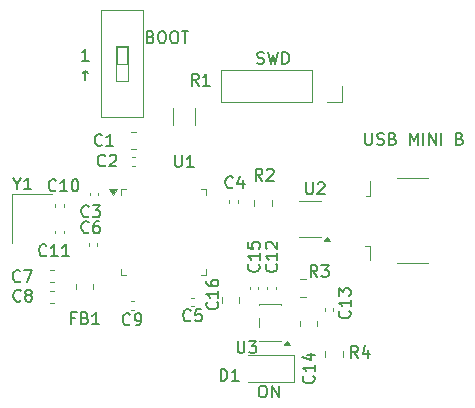
<source format=gto>
%TF.GenerationSoftware,KiCad,Pcbnew,9.0.5*%
%TF.CreationDate,2025-11-09T16:32:06+01:00*%
%TF.ProjectId,PTP,5054502e-6b69-4636-9164-5f7063625858,rev?*%
%TF.SameCoordinates,Original*%
%TF.FileFunction,Legend,Top*%
%TF.FilePolarity,Positive*%
%FSLAX46Y46*%
G04 Gerber Fmt 4.6, Leading zero omitted, Abs format (unit mm)*
G04 Created by KiCad (PCBNEW 9.0.5) date 2025-11-09 16:32:06*
%MOMM*%
%LPD*%
G01*
G04 APERTURE LIST*
%ADD10C,0.160000*%
%ADD11C,0.120000*%
%ADD12C,0.100000*%
G04 APERTURE END LIST*
D10*
X210580952Y-130254299D02*
X210771428Y-130254299D01*
X210771428Y-130254299D02*
X210866666Y-130301918D01*
X210866666Y-130301918D02*
X210961904Y-130397156D01*
X210961904Y-130397156D02*
X211009523Y-130587632D01*
X211009523Y-130587632D02*
X211009523Y-130920965D01*
X211009523Y-130920965D02*
X210961904Y-131111441D01*
X210961904Y-131111441D02*
X210866666Y-131206680D01*
X210866666Y-131206680D02*
X210771428Y-131254299D01*
X210771428Y-131254299D02*
X210580952Y-131254299D01*
X210580952Y-131254299D02*
X210485714Y-131206680D01*
X210485714Y-131206680D02*
X210390476Y-131111441D01*
X210390476Y-131111441D02*
X210342857Y-130920965D01*
X210342857Y-130920965D02*
X210342857Y-130587632D01*
X210342857Y-130587632D02*
X210390476Y-130397156D01*
X210390476Y-130397156D02*
X210485714Y-130301918D01*
X210485714Y-130301918D02*
X210580952Y-130254299D01*
X211438095Y-131254299D02*
X211438095Y-130254299D01*
X211438095Y-130254299D02*
X212009523Y-131254299D01*
X212009523Y-131254299D02*
X212009523Y-130254299D01*
X210195739Y-102971680D02*
X210338596Y-103019299D01*
X210338596Y-103019299D02*
X210576691Y-103019299D01*
X210576691Y-103019299D02*
X210671929Y-102971680D01*
X210671929Y-102971680D02*
X210719548Y-102924060D01*
X210719548Y-102924060D02*
X210767167Y-102828822D01*
X210767167Y-102828822D02*
X210767167Y-102733584D01*
X210767167Y-102733584D02*
X210719548Y-102638346D01*
X210719548Y-102638346D02*
X210671929Y-102590727D01*
X210671929Y-102590727D02*
X210576691Y-102543108D01*
X210576691Y-102543108D02*
X210386215Y-102495489D01*
X210386215Y-102495489D02*
X210290977Y-102447870D01*
X210290977Y-102447870D02*
X210243358Y-102400251D01*
X210243358Y-102400251D02*
X210195739Y-102305013D01*
X210195739Y-102305013D02*
X210195739Y-102209775D01*
X210195739Y-102209775D02*
X210243358Y-102114537D01*
X210243358Y-102114537D02*
X210290977Y-102066918D01*
X210290977Y-102066918D02*
X210386215Y-102019299D01*
X210386215Y-102019299D02*
X210624310Y-102019299D01*
X210624310Y-102019299D02*
X210767167Y-102066918D01*
X211100501Y-102019299D02*
X211338596Y-103019299D01*
X211338596Y-103019299D02*
X211529072Y-102305013D01*
X211529072Y-102305013D02*
X211719548Y-103019299D01*
X211719548Y-103019299D02*
X211957644Y-102019299D01*
X212338596Y-103019299D02*
X212338596Y-102019299D01*
X212338596Y-102019299D02*
X212576691Y-102019299D01*
X212576691Y-102019299D02*
X212719548Y-102066918D01*
X212719548Y-102066918D02*
X212814786Y-102162156D01*
X212814786Y-102162156D02*
X212862405Y-102257394D01*
X212862405Y-102257394D02*
X212910024Y-102447870D01*
X212910024Y-102447870D02*
X212910024Y-102590727D01*
X212910024Y-102590727D02*
X212862405Y-102781203D01*
X212862405Y-102781203D02*
X212814786Y-102876441D01*
X212814786Y-102876441D02*
X212719548Y-102971680D01*
X212719548Y-102971680D02*
X212576691Y-103019299D01*
X212576691Y-103019299D02*
X212338596Y-103019299D01*
X219343358Y-108869299D02*
X219343358Y-109678822D01*
X219343358Y-109678822D02*
X219390977Y-109774060D01*
X219390977Y-109774060D02*
X219438596Y-109821680D01*
X219438596Y-109821680D02*
X219533834Y-109869299D01*
X219533834Y-109869299D02*
X219724310Y-109869299D01*
X219724310Y-109869299D02*
X219819548Y-109821680D01*
X219819548Y-109821680D02*
X219867167Y-109774060D01*
X219867167Y-109774060D02*
X219914786Y-109678822D01*
X219914786Y-109678822D02*
X219914786Y-108869299D01*
X220343358Y-109821680D02*
X220486215Y-109869299D01*
X220486215Y-109869299D02*
X220724310Y-109869299D01*
X220724310Y-109869299D02*
X220819548Y-109821680D01*
X220819548Y-109821680D02*
X220867167Y-109774060D01*
X220867167Y-109774060D02*
X220914786Y-109678822D01*
X220914786Y-109678822D02*
X220914786Y-109583584D01*
X220914786Y-109583584D02*
X220867167Y-109488346D01*
X220867167Y-109488346D02*
X220819548Y-109440727D01*
X220819548Y-109440727D02*
X220724310Y-109393108D01*
X220724310Y-109393108D02*
X220533834Y-109345489D01*
X220533834Y-109345489D02*
X220438596Y-109297870D01*
X220438596Y-109297870D02*
X220390977Y-109250251D01*
X220390977Y-109250251D02*
X220343358Y-109155013D01*
X220343358Y-109155013D02*
X220343358Y-109059775D01*
X220343358Y-109059775D02*
X220390977Y-108964537D01*
X220390977Y-108964537D02*
X220438596Y-108916918D01*
X220438596Y-108916918D02*
X220533834Y-108869299D01*
X220533834Y-108869299D02*
X220771929Y-108869299D01*
X220771929Y-108869299D02*
X220914786Y-108916918D01*
X221676691Y-109345489D02*
X221819548Y-109393108D01*
X221819548Y-109393108D02*
X221867167Y-109440727D01*
X221867167Y-109440727D02*
X221914786Y-109535965D01*
X221914786Y-109535965D02*
X221914786Y-109678822D01*
X221914786Y-109678822D02*
X221867167Y-109774060D01*
X221867167Y-109774060D02*
X221819548Y-109821680D01*
X221819548Y-109821680D02*
X221724310Y-109869299D01*
X221724310Y-109869299D02*
X221343358Y-109869299D01*
X221343358Y-109869299D02*
X221343358Y-108869299D01*
X221343358Y-108869299D02*
X221676691Y-108869299D01*
X221676691Y-108869299D02*
X221771929Y-108916918D01*
X221771929Y-108916918D02*
X221819548Y-108964537D01*
X221819548Y-108964537D02*
X221867167Y-109059775D01*
X221867167Y-109059775D02*
X221867167Y-109155013D01*
X221867167Y-109155013D02*
X221819548Y-109250251D01*
X221819548Y-109250251D02*
X221771929Y-109297870D01*
X221771929Y-109297870D02*
X221676691Y-109345489D01*
X221676691Y-109345489D02*
X221343358Y-109345489D01*
X223105263Y-109869299D02*
X223105263Y-108869299D01*
X223105263Y-108869299D02*
X223438596Y-109583584D01*
X223438596Y-109583584D02*
X223771929Y-108869299D01*
X223771929Y-108869299D02*
X223771929Y-109869299D01*
X224248120Y-109869299D02*
X224248120Y-108869299D01*
X224724310Y-109869299D02*
X224724310Y-108869299D01*
X224724310Y-108869299D02*
X225295738Y-109869299D01*
X225295738Y-109869299D02*
X225295738Y-108869299D01*
X225771929Y-109869299D02*
X225771929Y-108869299D01*
X227343357Y-109345489D02*
X227486214Y-109393108D01*
X227486214Y-109393108D02*
X227533833Y-109440727D01*
X227533833Y-109440727D02*
X227581452Y-109535965D01*
X227581452Y-109535965D02*
X227581452Y-109678822D01*
X227581452Y-109678822D02*
X227533833Y-109774060D01*
X227533833Y-109774060D02*
X227486214Y-109821680D01*
X227486214Y-109821680D02*
X227390976Y-109869299D01*
X227390976Y-109869299D02*
X227010024Y-109869299D01*
X227010024Y-109869299D02*
X227010024Y-108869299D01*
X227010024Y-108869299D02*
X227343357Y-108869299D01*
X227343357Y-108869299D02*
X227438595Y-108916918D01*
X227438595Y-108916918D02*
X227486214Y-108964537D01*
X227486214Y-108964537D02*
X227533833Y-109059775D01*
X227533833Y-109059775D02*
X227533833Y-109155013D01*
X227533833Y-109155013D02*
X227486214Y-109250251D01*
X227486214Y-109250251D02*
X227438595Y-109297870D01*
X227438595Y-109297870D02*
X227343357Y-109345489D01*
X227343357Y-109345489D02*
X227010024Y-109345489D01*
X201176691Y-100735545D02*
X201319548Y-100783164D01*
X201319548Y-100783164D02*
X201367167Y-100830783D01*
X201367167Y-100830783D02*
X201414786Y-100926021D01*
X201414786Y-100926021D02*
X201414786Y-101068878D01*
X201414786Y-101068878D02*
X201367167Y-101164116D01*
X201367167Y-101164116D02*
X201319548Y-101211736D01*
X201319548Y-101211736D02*
X201224310Y-101259355D01*
X201224310Y-101259355D02*
X200843358Y-101259355D01*
X200843358Y-101259355D02*
X200843358Y-100259355D01*
X200843358Y-100259355D02*
X201176691Y-100259355D01*
X201176691Y-100259355D02*
X201271929Y-100306974D01*
X201271929Y-100306974D02*
X201319548Y-100354593D01*
X201319548Y-100354593D02*
X201367167Y-100449831D01*
X201367167Y-100449831D02*
X201367167Y-100545069D01*
X201367167Y-100545069D02*
X201319548Y-100640307D01*
X201319548Y-100640307D02*
X201271929Y-100687926D01*
X201271929Y-100687926D02*
X201176691Y-100735545D01*
X201176691Y-100735545D02*
X200843358Y-100735545D01*
X202033834Y-100259355D02*
X202224310Y-100259355D01*
X202224310Y-100259355D02*
X202319548Y-100306974D01*
X202319548Y-100306974D02*
X202414786Y-100402212D01*
X202414786Y-100402212D02*
X202462405Y-100592688D01*
X202462405Y-100592688D02*
X202462405Y-100926021D01*
X202462405Y-100926021D02*
X202414786Y-101116497D01*
X202414786Y-101116497D02*
X202319548Y-101211736D01*
X202319548Y-101211736D02*
X202224310Y-101259355D01*
X202224310Y-101259355D02*
X202033834Y-101259355D01*
X202033834Y-101259355D02*
X201938596Y-101211736D01*
X201938596Y-101211736D02*
X201843358Y-101116497D01*
X201843358Y-101116497D02*
X201795739Y-100926021D01*
X201795739Y-100926021D02*
X201795739Y-100592688D01*
X201795739Y-100592688D02*
X201843358Y-100402212D01*
X201843358Y-100402212D02*
X201938596Y-100306974D01*
X201938596Y-100306974D02*
X202033834Y-100259355D01*
X203081453Y-100259355D02*
X203271929Y-100259355D01*
X203271929Y-100259355D02*
X203367167Y-100306974D01*
X203367167Y-100306974D02*
X203462405Y-100402212D01*
X203462405Y-100402212D02*
X203510024Y-100592688D01*
X203510024Y-100592688D02*
X203510024Y-100926021D01*
X203510024Y-100926021D02*
X203462405Y-101116497D01*
X203462405Y-101116497D02*
X203367167Y-101211736D01*
X203367167Y-101211736D02*
X203271929Y-101259355D01*
X203271929Y-101259355D02*
X203081453Y-101259355D01*
X203081453Y-101259355D02*
X202986215Y-101211736D01*
X202986215Y-101211736D02*
X202890977Y-101116497D01*
X202890977Y-101116497D02*
X202843358Y-100926021D01*
X202843358Y-100926021D02*
X202843358Y-100592688D01*
X202843358Y-100592688D02*
X202890977Y-100402212D01*
X202890977Y-100402212D02*
X202986215Y-100306974D01*
X202986215Y-100306974D02*
X203081453Y-100259355D01*
X203795739Y-100259355D02*
X204367167Y-100259355D01*
X204081453Y-101259355D02*
X204081453Y-100259355D01*
X195935714Y-102749327D02*
X195364286Y-102749327D01*
X195650000Y-102749327D02*
X195650000Y-101749327D01*
X195650000Y-101749327D02*
X195554762Y-101892184D01*
X195554762Y-101892184D02*
X195459524Y-101987422D01*
X195459524Y-101987422D02*
X195364286Y-102035041D01*
X195650000Y-104359271D02*
X195650000Y-103597366D01*
X195459524Y-103787842D02*
X195650000Y-103597366D01*
X195650000Y-103597366D02*
X195840476Y-103787842D01*
X192357142Y-119209060D02*
X192309523Y-119256680D01*
X192309523Y-119256680D02*
X192166666Y-119304299D01*
X192166666Y-119304299D02*
X192071428Y-119304299D01*
X192071428Y-119304299D02*
X191928571Y-119256680D01*
X191928571Y-119256680D02*
X191833333Y-119161441D01*
X191833333Y-119161441D02*
X191785714Y-119066203D01*
X191785714Y-119066203D02*
X191738095Y-118875727D01*
X191738095Y-118875727D02*
X191738095Y-118732870D01*
X191738095Y-118732870D02*
X191785714Y-118542394D01*
X191785714Y-118542394D02*
X191833333Y-118447156D01*
X191833333Y-118447156D02*
X191928571Y-118351918D01*
X191928571Y-118351918D02*
X192071428Y-118304299D01*
X192071428Y-118304299D02*
X192166666Y-118304299D01*
X192166666Y-118304299D02*
X192309523Y-118351918D01*
X192309523Y-118351918D02*
X192357142Y-118399537D01*
X193309523Y-119304299D02*
X192738095Y-119304299D01*
X193023809Y-119304299D02*
X193023809Y-118304299D01*
X193023809Y-118304299D02*
X192928571Y-118447156D01*
X192928571Y-118447156D02*
X192833333Y-118542394D01*
X192833333Y-118542394D02*
X192738095Y-118590013D01*
X194261904Y-119304299D02*
X193690476Y-119304299D01*
X193976190Y-119304299D02*
X193976190Y-118304299D01*
X193976190Y-118304299D02*
X193880952Y-118447156D01*
X193880952Y-118447156D02*
X193785714Y-118542394D01*
X193785714Y-118542394D02*
X193690476Y-118590013D01*
X208133333Y-113459060D02*
X208085714Y-113506680D01*
X208085714Y-113506680D02*
X207942857Y-113554299D01*
X207942857Y-113554299D02*
X207847619Y-113554299D01*
X207847619Y-113554299D02*
X207704762Y-113506680D01*
X207704762Y-113506680D02*
X207609524Y-113411441D01*
X207609524Y-113411441D02*
X207561905Y-113316203D01*
X207561905Y-113316203D02*
X207514286Y-113125727D01*
X207514286Y-113125727D02*
X207514286Y-112982870D01*
X207514286Y-112982870D02*
X207561905Y-112792394D01*
X207561905Y-112792394D02*
X207609524Y-112697156D01*
X207609524Y-112697156D02*
X207704762Y-112601918D01*
X207704762Y-112601918D02*
X207847619Y-112554299D01*
X207847619Y-112554299D02*
X207942857Y-112554299D01*
X207942857Y-112554299D02*
X208085714Y-112601918D01*
X208085714Y-112601918D02*
X208133333Y-112649537D01*
X208990476Y-112887632D02*
X208990476Y-113554299D01*
X208752381Y-112506680D02*
X208514286Y-113220965D01*
X208514286Y-113220965D02*
X209133333Y-113220965D01*
X210309060Y-119992857D02*
X210356680Y-120040476D01*
X210356680Y-120040476D02*
X210404299Y-120183333D01*
X210404299Y-120183333D02*
X210404299Y-120278571D01*
X210404299Y-120278571D02*
X210356680Y-120421428D01*
X210356680Y-120421428D02*
X210261441Y-120516666D01*
X210261441Y-120516666D02*
X210166203Y-120564285D01*
X210166203Y-120564285D02*
X209975727Y-120611904D01*
X209975727Y-120611904D02*
X209832870Y-120611904D01*
X209832870Y-120611904D02*
X209642394Y-120564285D01*
X209642394Y-120564285D02*
X209547156Y-120516666D01*
X209547156Y-120516666D02*
X209451918Y-120421428D01*
X209451918Y-120421428D02*
X209404299Y-120278571D01*
X209404299Y-120278571D02*
X209404299Y-120183333D01*
X209404299Y-120183333D02*
X209451918Y-120040476D01*
X209451918Y-120040476D02*
X209499537Y-119992857D01*
X210404299Y-119040476D02*
X210404299Y-119611904D01*
X210404299Y-119326190D02*
X209404299Y-119326190D01*
X209404299Y-119326190D02*
X209547156Y-119421428D01*
X209547156Y-119421428D02*
X209642394Y-119516666D01*
X209642394Y-119516666D02*
X209690013Y-119611904D01*
X209404299Y-118135714D02*
X209404299Y-118611904D01*
X209404299Y-118611904D02*
X209880489Y-118659523D01*
X209880489Y-118659523D02*
X209832870Y-118611904D01*
X209832870Y-118611904D02*
X209785251Y-118516666D01*
X209785251Y-118516666D02*
X209785251Y-118278571D01*
X209785251Y-118278571D02*
X209832870Y-118183333D01*
X209832870Y-118183333D02*
X209880489Y-118135714D01*
X209880489Y-118135714D02*
X209975727Y-118088095D01*
X209975727Y-118088095D02*
X210213822Y-118088095D01*
X210213822Y-118088095D02*
X210309060Y-118135714D01*
X210309060Y-118135714D02*
X210356680Y-118183333D01*
X210356680Y-118183333D02*
X210404299Y-118278571D01*
X210404299Y-118278571D02*
X210404299Y-118516666D01*
X210404299Y-118516666D02*
X210356680Y-118611904D01*
X210356680Y-118611904D02*
X210309060Y-118659523D01*
X199433333Y-125059060D02*
X199385714Y-125106680D01*
X199385714Y-125106680D02*
X199242857Y-125154299D01*
X199242857Y-125154299D02*
X199147619Y-125154299D01*
X199147619Y-125154299D02*
X199004762Y-125106680D01*
X199004762Y-125106680D02*
X198909524Y-125011441D01*
X198909524Y-125011441D02*
X198861905Y-124916203D01*
X198861905Y-124916203D02*
X198814286Y-124725727D01*
X198814286Y-124725727D02*
X198814286Y-124582870D01*
X198814286Y-124582870D02*
X198861905Y-124392394D01*
X198861905Y-124392394D02*
X198909524Y-124297156D01*
X198909524Y-124297156D02*
X199004762Y-124201918D01*
X199004762Y-124201918D02*
X199147619Y-124154299D01*
X199147619Y-124154299D02*
X199242857Y-124154299D01*
X199242857Y-124154299D02*
X199385714Y-124201918D01*
X199385714Y-124201918D02*
X199433333Y-124249537D01*
X199909524Y-125154299D02*
X200100000Y-125154299D01*
X200100000Y-125154299D02*
X200195238Y-125106680D01*
X200195238Y-125106680D02*
X200242857Y-125059060D01*
X200242857Y-125059060D02*
X200338095Y-124916203D01*
X200338095Y-124916203D02*
X200385714Y-124725727D01*
X200385714Y-124725727D02*
X200385714Y-124344775D01*
X200385714Y-124344775D02*
X200338095Y-124249537D01*
X200338095Y-124249537D02*
X200290476Y-124201918D01*
X200290476Y-124201918D02*
X200195238Y-124154299D01*
X200195238Y-124154299D02*
X200004762Y-124154299D01*
X200004762Y-124154299D02*
X199909524Y-124201918D01*
X199909524Y-124201918D02*
X199861905Y-124249537D01*
X199861905Y-124249537D02*
X199814286Y-124344775D01*
X199814286Y-124344775D02*
X199814286Y-124582870D01*
X199814286Y-124582870D02*
X199861905Y-124678108D01*
X199861905Y-124678108D02*
X199909524Y-124725727D01*
X199909524Y-124725727D02*
X200004762Y-124773346D01*
X200004762Y-124773346D02*
X200195238Y-124773346D01*
X200195238Y-124773346D02*
X200290476Y-124725727D01*
X200290476Y-124725727D02*
X200338095Y-124678108D01*
X200338095Y-124678108D02*
X200385714Y-124582870D01*
X214338095Y-113054299D02*
X214338095Y-113863822D01*
X214338095Y-113863822D02*
X214385714Y-113959060D01*
X214385714Y-113959060D02*
X214433333Y-114006680D01*
X214433333Y-114006680D02*
X214528571Y-114054299D01*
X214528571Y-114054299D02*
X214719047Y-114054299D01*
X214719047Y-114054299D02*
X214814285Y-114006680D01*
X214814285Y-114006680D02*
X214861904Y-113959060D01*
X214861904Y-113959060D02*
X214909523Y-113863822D01*
X214909523Y-113863822D02*
X214909523Y-113054299D01*
X215338095Y-113149537D02*
X215385714Y-113101918D01*
X215385714Y-113101918D02*
X215480952Y-113054299D01*
X215480952Y-113054299D02*
X215719047Y-113054299D01*
X215719047Y-113054299D02*
X215814285Y-113101918D01*
X215814285Y-113101918D02*
X215861904Y-113149537D01*
X215861904Y-113149537D02*
X215909523Y-113244775D01*
X215909523Y-113244775D02*
X215909523Y-113340013D01*
X215909523Y-113340013D02*
X215861904Y-113482870D01*
X215861904Y-113482870D02*
X215290476Y-114054299D01*
X215290476Y-114054299D02*
X215909523Y-114054299D01*
X206809060Y-123192857D02*
X206856680Y-123240476D01*
X206856680Y-123240476D02*
X206904299Y-123383333D01*
X206904299Y-123383333D02*
X206904299Y-123478571D01*
X206904299Y-123478571D02*
X206856680Y-123621428D01*
X206856680Y-123621428D02*
X206761441Y-123716666D01*
X206761441Y-123716666D02*
X206666203Y-123764285D01*
X206666203Y-123764285D02*
X206475727Y-123811904D01*
X206475727Y-123811904D02*
X206332870Y-123811904D01*
X206332870Y-123811904D02*
X206142394Y-123764285D01*
X206142394Y-123764285D02*
X206047156Y-123716666D01*
X206047156Y-123716666D02*
X205951918Y-123621428D01*
X205951918Y-123621428D02*
X205904299Y-123478571D01*
X205904299Y-123478571D02*
X205904299Y-123383333D01*
X205904299Y-123383333D02*
X205951918Y-123240476D01*
X205951918Y-123240476D02*
X205999537Y-123192857D01*
X206904299Y-122240476D02*
X206904299Y-122811904D01*
X206904299Y-122526190D02*
X205904299Y-122526190D01*
X205904299Y-122526190D02*
X206047156Y-122621428D01*
X206047156Y-122621428D02*
X206142394Y-122716666D01*
X206142394Y-122716666D02*
X206190013Y-122811904D01*
X205904299Y-121383333D02*
X205904299Y-121573809D01*
X205904299Y-121573809D02*
X205951918Y-121669047D01*
X205951918Y-121669047D02*
X205999537Y-121716666D01*
X205999537Y-121716666D02*
X206142394Y-121811904D01*
X206142394Y-121811904D02*
X206332870Y-121859523D01*
X206332870Y-121859523D02*
X206713822Y-121859523D01*
X206713822Y-121859523D02*
X206809060Y-121811904D01*
X206809060Y-121811904D02*
X206856680Y-121764285D01*
X206856680Y-121764285D02*
X206904299Y-121669047D01*
X206904299Y-121669047D02*
X206904299Y-121478571D01*
X206904299Y-121478571D02*
X206856680Y-121383333D01*
X206856680Y-121383333D02*
X206809060Y-121335714D01*
X206809060Y-121335714D02*
X206713822Y-121288095D01*
X206713822Y-121288095D02*
X206475727Y-121288095D01*
X206475727Y-121288095D02*
X206380489Y-121335714D01*
X206380489Y-121335714D02*
X206332870Y-121383333D01*
X206332870Y-121383333D02*
X206285251Y-121478571D01*
X206285251Y-121478571D02*
X206285251Y-121669047D01*
X206285251Y-121669047D02*
X206332870Y-121764285D01*
X206332870Y-121764285D02*
X206380489Y-121811904D01*
X206380489Y-121811904D02*
X206475727Y-121859523D01*
X218733333Y-127904299D02*
X218400000Y-127428108D01*
X218161905Y-127904299D02*
X218161905Y-126904299D01*
X218161905Y-126904299D02*
X218542857Y-126904299D01*
X218542857Y-126904299D02*
X218638095Y-126951918D01*
X218638095Y-126951918D02*
X218685714Y-126999537D01*
X218685714Y-126999537D02*
X218733333Y-127094775D01*
X218733333Y-127094775D02*
X218733333Y-127237632D01*
X218733333Y-127237632D02*
X218685714Y-127332870D01*
X218685714Y-127332870D02*
X218638095Y-127380489D01*
X218638095Y-127380489D02*
X218542857Y-127428108D01*
X218542857Y-127428108D02*
X218161905Y-127428108D01*
X219590476Y-127237632D02*
X219590476Y-127904299D01*
X219352381Y-126856680D02*
X219114286Y-127570965D01*
X219114286Y-127570965D02*
X219733333Y-127570965D01*
X190183333Y-123046560D02*
X190135714Y-123094180D01*
X190135714Y-123094180D02*
X189992857Y-123141799D01*
X189992857Y-123141799D02*
X189897619Y-123141799D01*
X189897619Y-123141799D02*
X189754762Y-123094180D01*
X189754762Y-123094180D02*
X189659524Y-122998941D01*
X189659524Y-122998941D02*
X189611905Y-122903703D01*
X189611905Y-122903703D02*
X189564286Y-122713227D01*
X189564286Y-122713227D02*
X189564286Y-122570370D01*
X189564286Y-122570370D02*
X189611905Y-122379894D01*
X189611905Y-122379894D02*
X189659524Y-122284656D01*
X189659524Y-122284656D02*
X189754762Y-122189418D01*
X189754762Y-122189418D02*
X189897619Y-122141799D01*
X189897619Y-122141799D02*
X189992857Y-122141799D01*
X189992857Y-122141799D02*
X190135714Y-122189418D01*
X190135714Y-122189418D02*
X190183333Y-122237037D01*
X190754762Y-122570370D02*
X190659524Y-122522751D01*
X190659524Y-122522751D02*
X190611905Y-122475132D01*
X190611905Y-122475132D02*
X190564286Y-122379894D01*
X190564286Y-122379894D02*
X190564286Y-122332275D01*
X190564286Y-122332275D02*
X190611905Y-122237037D01*
X190611905Y-122237037D02*
X190659524Y-122189418D01*
X190659524Y-122189418D02*
X190754762Y-122141799D01*
X190754762Y-122141799D02*
X190945238Y-122141799D01*
X190945238Y-122141799D02*
X191040476Y-122189418D01*
X191040476Y-122189418D02*
X191088095Y-122237037D01*
X191088095Y-122237037D02*
X191135714Y-122332275D01*
X191135714Y-122332275D02*
X191135714Y-122379894D01*
X191135714Y-122379894D02*
X191088095Y-122475132D01*
X191088095Y-122475132D02*
X191040476Y-122522751D01*
X191040476Y-122522751D02*
X190945238Y-122570370D01*
X190945238Y-122570370D02*
X190754762Y-122570370D01*
X190754762Y-122570370D02*
X190659524Y-122617989D01*
X190659524Y-122617989D02*
X190611905Y-122665608D01*
X190611905Y-122665608D02*
X190564286Y-122760846D01*
X190564286Y-122760846D02*
X190564286Y-122951322D01*
X190564286Y-122951322D02*
X190611905Y-123046560D01*
X190611905Y-123046560D02*
X190659524Y-123094180D01*
X190659524Y-123094180D02*
X190754762Y-123141799D01*
X190754762Y-123141799D02*
X190945238Y-123141799D01*
X190945238Y-123141799D02*
X191040476Y-123094180D01*
X191040476Y-123094180D02*
X191088095Y-123046560D01*
X191088095Y-123046560D02*
X191135714Y-122951322D01*
X191135714Y-122951322D02*
X191135714Y-122760846D01*
X191135714Y-122760846D02*
X191088095Y-122665608D01*
X191088095Y-122665608D02*
X191040476Y-122617989D01*
X191040476Y-122617989D02*
X190945238Y-122570370D01*
X193157142Y-113709060D02*
X193109523Y-113756680D01*
X193109523Y-113756680D02*
X192966666Y-113804299D01*
X192966666Y-113804299D02*
X192871428Y-113804299D01*
X192871428Y-113804299D02*
X192728571Y-113756680D01*
X192728571Y-113756680D02*
X192633333Y-113661441D01*
X192633333Y-113661441D02*
X192585714Y-113566203D01*
X192585714Y-113566203D02*
X192538095Y-113375727D01*
X192538095Y-113375727D02*
X192538095Y-113232870D01*
X192538095Y-113232870D02*
X192585714Y-113042394D01*
X192585714Y-113042394D02*
X192633333Y-112947156D01*
X192633333Y-112947156D02*
X192728571Y-112851918D01*
X192728571Y-112851918D02*
X192871428Y-112804299D01*
X192871428Y-112804299D02*
X192966666Y-112804299D01*
X192966666Y-112804299D02*
X193109523Y-112851918D01*
X193109523Y-112851918D02*
X193157142Y-112899537D01*
X194109523Y-113804299D02*
X193538095Y-113804299D01*
X193823809Y-113804299D02*
X193823809Y-112804299D01*
X193823809Y-112804299D02*
X193728571Y-112947156D01*
X193728571Y-112947156D02*
X193633333Y-113042394D01*
X193633333Y-113042394D02*
X193538095Y-113090013D01*
X194728571Y-112804299D02*
X194823809Y-112804299D01*
X194823809Y-112804299D02*
X194919047Y-112851918D01*
X194919047Y-112851918D02*
X194966666Y-112899537D01*
X194966666Y-112899537D02*
X195014285Y-112994775D01*
X195014285Y-112994775D02*
X195061904Y-113185251D01*
X195061904Y-113185251D02*
X195061904Y-113423346D01*
X195061904Y-113423346D02*
X195014285Y-113613822D01*
X195014285Y-113613822D02*
X194966666Y-113709060D01*
X194966666Y-113709060D02*
X194919047Y-113756680D01*
X194919047Y-113756680D02*
X194823809Y-113804299D01*
X194823809Y-113804299D02*
X194728571Y-113804299D01*
X194728571Y-113804299D02*
X194633333Y-113756680D01*
X194633333Y-113756680D02*
X194585714Y-113709060D01*
X194585714Y-113709060D02*
X194538095Y-113613822D01*
X194538095Y-113613822D02*
X194490476Y-113423346D01*
X194490476Y-113423346D02*
X194490476Y-113185251D01*
X194490476Y-113185251D02*
X194538095Y-112994775D01*
X194538095Y-112994775D02*
X194585714Y-112899537D01*
X194585714Y-112899537D02*
X194633333Y-112851918D01*
X194633333Y-112851918D02*
X194728571Y-112804299D01*
X197333333Y-111609060D02*
X197285714Y-111656680D01*
X197285714Y-111656680D02*
X197142857Y-111704299D01*
X197142857Y-111704299D02*
X197047619Y-111704299D01*
X197047619Y-111704299D02*
X196904762Y-111656680D01*
X196904762Y-111656680D02*
X196809524Y-111561441D01*
X196809524Y-111561441D02*
X196761905Y-111466203D01*
X196761905Y-111466203D02*
X196714286Y-111275727D01*
X196714286Y-111275727D02*
X196714286Y-111132870D01*
X196714286Y-111132870D02*
X196761905Y-110942394D01*
X196761905Y-110942394D02*
X196809524Y-110847156D01*
X196809524Y-110847156D02*
X196904762Y-110751918D01*
X196904762Y-110751918D02*
X197047619Y-110704299D01*
X197047619Y-110704299D02*
X197142857Y-110704299D01*
X197142857Y-110704299D02*
X197285714Y-110751918D01*
X197285714Y-110751918D02*
X197333333Y-110799537D01*
X197714286Y-110799537D02*
X197761905Y-110751918D01*
X197761905Y-110751918D02*
X197857143Y-110704299D01*
X197857143Y-110704299D02*
X198095238Y-110704299D01*
X198095238Y-110704299D02*
X198190476Y-110751918D01*
X198190476Y-110751918D02*
X198238095Y-110799537D01*
X198238095Y-110799537D02*
X198285714Y-110894775D01*
X198285714Y-110894775D02*
X198285714Y-110990013D01*
X198285714Y-110990013D02*
X198238095Y-111132870D01*
X198238095Y-111132870D02*
X197666667Y-111704299D01*
X197666667Y-111704299D02*
X198285714Y-111704299D01*
X190133333Y-121409060D02*
X190085714Y-121456680D01*
X190085714Y-121456680D02*
X189942857Y-121504299D01*
X189942857Y-121504299D02*
X189847619Y-121504299D01*
X189847619Y-121504299D02*
X189704762Y-121456680D01*
X189704762Y-121456680D02*
X189609524Y-121361441D01*
X189609524Y-121361441D02*
X189561905Y-121266203D01*
X189561905Y-121266203D02*
X189514286Y-121075727D01*
X189514286Y-121075727D02*
X189514286Y-120932870D01*
X189514286Y-120932870D02*
X189561905Y-120742394D01*
X189561905Y-120742394D02*
X189609524Y-120647156D01*
X189609524Y-120647156D02*
X189704762Y-120551918D01*
X189704762Y-120551918D02*
X189847619Y-120504299D01*
X189847619Y-120504299D02*
X189942857Y-120504299D01*
X189942857Y-120504299D02*
X190085714Y-120551918D01*
X190085714Y-120551918D02*
X190133333Y-120599537D01*
X190466667Y-120504299D02*
X191133333Y-120504299D01*
X191133333Y-120504299D02*
X190704762Y-121504299D01*
X204553333Y-124719060D02*
X204505714Y-124766680D01*
X204505714Y-124766680D02*
X204362857Y-124814299D01*
X204362857Y-124814299D02*
X204267619Y-124814299D01*
X204267619Y-124814299D02*
X204124762Y-124766680D01*
X204124762Y-124766680D02*
X204029524Y-124671441D01*
X204029524Y-124671441D02*
X203981905Y-124576203D01*
X203981905Y-124576203D02*
X203934286Y-124385727D01*
X203934286Y-124385727D02*
X203934286Y-124242870D01*
X203934286Y-124242870D02*
X203981905Y-124052394D01*
X203981905Y-124052394D02*
X204029524Y-123957156D01*
X204029524Y-123957156D02*
X204124762Y-123861918D01*
X204124762Y-123861918D02*
X204267619Y-123814299D01*
X204267619Y-123814299D02*
X204362857Y-123814299D01*
X204362857Y-123814299D02*
X204505714Y-123861918D01*
X204505714Y-123861918D02*
X204553333Y-123909537D01*
X205458095Y-123814299D02*
X204981905Y-123814299D01*
X204981905Y-123814299D02*
X204934286Y-124290489D01*
X204934286Y-124290489D02*
X204981905Y-124242870D01*
X204981905Y-124242870D02*
X205077143Y-124195251D01*
X205077143Y-124195251D02*
X205315238Y-124195251D01*
X205315238Y-124195251D02*
X205410476Y-124242870D01*
X205410476Y-124242870D02*
X205458095Y-124290489D01*
X205458095Y-124290489D02*
X205505714Y-124385727D01*
X205505714Y-124385727D02*
X205505714Y-124623822D01*
X205505714Y-124623822D02*
X205458095Y-124719060D01*
X205458095Y-124719060D02*
X205410476Y-124766680D01*
X205410476Y-124766680D02*
X205315238Y-124814299D01*
X205315238Y-124814299D02*
X205077143Y-124814299D01*
X205077143Y-124814299D02*
X204981905Y-124766680D01*
X204981905Y-124766680D02*
X204934286Y-124719060D01*
X189873809Y-113178108D02*
X189873809Y-113654299D01*
X189540476Y-112654299D02*
X189873809Y-113178108D01*
X189873809Y-113178108D02*
X190207142Y-112654299D01*
X191064285Y-113654299D02*
X190492857Y-113654299D01*
X190778571Y-113654299D02*
X190778571Y-112654299D01*
X190778571Y-112654299D02*
X190683333Y-112797156D01*
X190683333Y-112797156D02*
X190588095Y-112892394D01*
X190588095Y-112892394D02*
X190492857Y-112940013D01*
X210633333Y-112904299D02*
X210300000Y-112428108D01*
X210061905Y-112904299D02*
X210061905Y-111904299D01*
X210061905Y-111904299D02*
X210442857Y-111904299D01*
X210442857Y-111904299D02*
X210538095Y-111951918D01*
X210538095Y-111951918D02*
X210585714Y-111999537D01*
X210585714Y-111999537D02*
X210633333Y-112094775D01*
X210633333Y-112094775D02*
X210633333Y-112237632D01*
X210633333Y-112237632D02*
X210585714Y-112332870D01*
X210585714Y-112332870D02*
X210538095Y-112380489D01*
X210538095Y-112380489D02*
X210442857Y-112428108D01*
X210442857Y-112428108D02*
X210061905Y-112428108D01*
X211014286Y-111999537D02*
X211061905Y-111951918D01*
X211061905Y-111951918D02*
X211157143Y-111904299D01*
X211157143Y-111904299D02*
X211395238Y-111904299D01*
X211395238Y-111904299D02*
X211490476Y-111951918D01*
X211490476Y-111951918D02*
X211538095Y-111999537D01*
X211538095Y-111999537D02*
X211585714Y-112094775D01*
X211585714Y-112094775D02*
X211585714Y-112190013D01*
X211585714Y-112190013D02*
X211538095Y-112332870D01*
X211538095Y-112332870D02*
X210966667Y-112904299D01*
X210966667Y-112904299D02*
X211585714Y-112904299D01*
X197045833Y-109859060D02*
X196998214Y-109906680D01*
X196998214Y-109906680D02*
X196855357Y-109954299D01*
X196855357Y-109954299D02*
X196760119Y-109954299D01*
X196760119Y-109954299D02*
X196617262Y-109906680D01*
X196617262Y-109906680D02*
X196522024Y-109811441D01*
X196522024Y-109811441D02*
X196474405Y-109716203D01*
X196474405Y-109716203D02*
X196426786Y-109525727D01*
X196426786Y-109525727D02*
X196426786Y-109382870D01*
X196426786Y-109382870D02*
X196474405Y-109192394D01*
X196474405Y-109192394D02*
X196522024Y-109097156D01*
X196522024Y-109097156D02*
X196617262Y-109001918D01*
X196617262Y-109001918D02*
X196760119Y-108954299D01*
X196760119Y-108954299D02*
X196855357Y-108954299D01*
X196855357Y-108954299D02*
X196998214Y-109001918D01*
X196998214Y-109001918D02*
X197045833Y-109049537D01*
X197998214Y-109954299D02*
X197426786Y-109954299D01*
X197712500Y-109954299D02*
X197712500Y-108954299D01*
X197712500Y-108954299D02*
X197617262Y-109097156D01*
X197617262Y-109097156D02*
X197522024Y-109192394D01*
X197522024Y-109192394D02*
X197426786Y-109240013D01*
X203238095Y-110754299D02*
X203238095Y-111563822D01*
X203238095Y-111563822D02*
X203285714Y-111659060D01*
X203285714Y-111659060D02*
X203333333Y-111706680D01*
X203333333Y-111706680D02*
X203428571Y-111754299D01*
X203428571Y-111754299D02*
X203619047Y-111754299D01*
X203619047Y-111754299D02*
X203714285Y-111706680D01*
X203714285Y-111706680D02*
X203761904Y-111659060D01*
X203761904Y-111659060D02*
X203809523Y-111563822D01*
X203809523Y-111563822D02*
X203809523Y-110754299D01*
X204809523Y-111754299D02*
X204238095Y-111754299D01*
X204523809Y-111754299D02*
X204523809Y-110754299D01*
X204523809Y-110754299D02*
X204428571Y-110897156D01*
X204428571Y-110897156D02*
X204333333Y-110992394D01*
X204333333Y-110992394D02*
X204238095Y-111040013D01*
X195933333Y-117259060D02*
X195885714Y-117306680D01*
X195885714Y-117306680D02*
X195742857Y-117354299D01*
X195742857Y-117354299D02*
X195647619Y-117354299D01*
X195647619Y-117354299D02*
X195504762Y-117306680D01*
X195504762Y-117306680D02*
X195409524Y-117211441D01*
X195409524Y-117211441D02*
X195361905Y-117116203D01*
X195361905Y-117116203D02*
X195314286Y-116925727D01*
X195314286Y-116925727D02*
X195314286Y-116782870D01*
X195314286Y-116782870D02*
X195361905Y-116592394D01*
X195361905Y-116592394D02*
X195409524Y-116497156D01*
X195409524Y-116497156D02*
X195504762Y-116401918D01*
X195504762Y-116401918D02*
X195647619Y-116354299D01*
X195647619Y-116354299D02*
X195742857Y-116354299D01*
X195742857Y-116354299D02*
X195885714Y-116401918D01*
X195885714Y-116401918D02*
X195933333Y-116449537D01*
X196790476Y-116354299D02*
X196600000Y-116354299D01*
X196600000Y-116354299D02*
X196504762Y-116401918D01*
X196504762Y-116401918D02*
X196457143Y-116449537D01*
X196457143Y-116449537D02*
X196361905Y-116592394D01*
X196361905Y-116592394D02*
X196314286Y-116782870D01*
X196314286Y-116782870D02*
X196314286Y-117163822D01*
X196314286Y-117163822D02*
X196361905Y-117259060D01*
X196361905Y-117259060D02*
X196409524Y-117306680D01*
X196409524Y-117306680D02*
X196504762Y-117354299D01*
X196504762Y-117354299D02*
X196695238Y-117354299D01*
X196695238Y-117354299D02*
X196790476Y-117306680D01*
X196790476Y-117306680D02*
X196838095Y-117259060D01*
X196838095Y-117259060D02*
X196885714Y-117163822D01*
X196885714Y-117163822D02*
X196885714Y-116925727D01*
X196885714Y-116925727D02*
X196838095Y-116830489D01*
X196838095Y-116830489D02*
X196790476Y-116782870D01*
X196790476Y-116782870D02*
X196695238Y-116735251D01*
X196695238Y-116735251D02*
X196504762Y-116735251D01*
X196504762Y-116735251D02*
X196409524Y-116782870D01*
X196409524Y-116782870D02*
X196361905Y-116830489D01*
X196361905Y-116830489D02*
X196314286Y-116925727D01*
X214959060Y-129442857D02*
X215006680Y-129490476D01*
X215006680Y-129490476D02*
X215054299Y-129633333D01*
X215054299Y-129633333D02*
X215054299Y-129728571D01*
X215054299Y-129728571D02*
X215006680Y-129871428D01*
X215006680Y-129871428D02*
X214911441Y-129966666D01*
X214911441Y-129966666D02*
X214816203Y-130014285D01*
X214816203Y-130014285D02*
X214625727Y-130061904D01*
X214625727Y-130061904D02*
X214482870Y-130061904D01*
X214482870Y-130061904D02*
X214292394Y-130014285D01*
X214292394Y-130014285D02*
X214197156Y-129966666D01*
X214197156Y-129966666D02*
X214101918Y-129871428D01*
X214101918Y-129871428D02*
X214054299Y-129728571D01*
X214054299Y-129728571D02*
X214054299Y-129633333D01*
X214054299Y-129633333D02*
X214101918Y-129490476D01*
X214101918Y-129490476D02*
X214149537Y-129442857D01*
X215054299Y-128490476D02*
X215054299Y-129061904D01*
X215054299Y-128776190D02*
X214054299Y-128776190D01*
X214054299Y-128776190D02*
X214197156Y-128871428D01*
X214197156Y-128871428D02*
X214292394Y-128966666D01*
X214292394Y-128966666D02*
X214340013Y-129061904D01*
X214387632Y-127633333D02*
X215054299Y-127633333D01*
X214006680Y-127871428D02*
X214720965Y-128109523D01*
X214720965Y-128109523D02*
X214720965Y-127490476D01*
X207111905Y-129854299D02*
X207111905Y-128854299D01*
X207111905Y-128854299D02*
X207350000Y-128854299D01*
X207350000Y-128854299D02*
X207492857Y-128901918D01*
X207492857Y-128901918D02*
X207588095Y-128997156D01*
X207588095Y-128997156D02*
X207635714Y-129092394D01*
X207635714Y-129092394D02*
X207683333Y-129282870D01*
X207683333Y-129282870D02*
X207683333Y-129425727D01*
X207683333Y-129425727D02*
X207635714Y-129616203D01*
X207635714Y-129616203D02*
X207588095Y-129711441D01*
X207588095Y-129711441D02*
X207492857Y-129806680D01*
X207492857Y-129806680D02*
X207350000Y-129854299D01*
X207350000Y-129854299D02*
X207111905Y-129854299D01*
X208635714Y-129854299D02*
X208064286Y-129854299D01*
X208350000Y-129854299D02*
X208350000Y-128854299D01*
X208350000Y-128854299D02*
X208254762Y-128997156D01*
X208254762Y-128997156D02*
X208159524Y-129092394D01*
X208159524Y-129092394D02*
X208064286Y-129140013D01*
X195933333Y-115909060D02*
X195885714Y-115956680D01*
X195885714Y-115956680D02*
X195742857Y-116004299D01*
X195742857Y-116004299D02*
X195647619Y-116004299D01*
X195647619Y-116004299D02*
X195504762Y-115956680D01*
X195504762Y-115956680D02*
X195409524Y-115861441D01*
X195409524Y-115861441D02*
X195361905Y-115766203D01*
X195361905Y-115766203D02*
X195314286Y-115575727D01*
X195314286Y-115575727D02*
X195314286Y-115432870D01*
X195314286Y-115432870D02*
X195361905Y-115242394D01*
X195361905Y-115242394D02*
X195409524Y-115147156D01*
X195409524Y-115147156D02*
X195504762Y-115051918D01*
X195504762Y-115051918D02*
X195647619Y-115004299D01*
X195647619Y-115004299D02*
X195742857Y-115004299D01*
X195742857Y-115004299D02*
X195885714Y-115051918D01*
X195885714Y-115051918D02*
X195933333Y-115099537D01*
X196266667Y-115004299D02*
X196885714Y-115004299D01*
X196885714Y-115004299D02*
X196552381Y-115385251D01*
X196552381Y-115385251D02*
X196695238Y-115385251D01*
X196695238Y-115385251D02*
X196790476Y-115432870D01*
X196790476Y-115432870D02*
X196838095Y-115480489D01*
X196838095Y-115480489D02*
X196885714Y-115575727D01*
X196885714Y-115575727D02*
X196885714Y-115813822D01*
X196885714Y-115813822D02*
X196838095Y-115909060D01*
X196838095Y-115909060D02*
X196790476Y-115956680D01*
X196790476Y-115956680D02*
X196695238Y-116004299D01*
X196695238Y-116004299D02*
X196409524Y-116004299D01*
X196409524Y-116004299D02*
X196314286Y-115956680D01*
X196314286Y-115956680D02*
X196266667Y-115909060D01*
X208538095Y-126504299D02*
X208538095Y-127313822D01*
X208538095Y-127313822D02*
X208585714Y-127409060D01*
X208585714Y-127409060D02*
X208633333Y-127456680D01*
X208633333Y-127456680D02*
X208728571Y-127504299D01*
X208728571Y-127504299D02*
X208919047Y-127504299D01*
X208919047Y-127504299D02*
X209014285Y-127456680D01*
X209014285Y-127456680D02*
X209061904Y-127409060D01*
X209061904Y-127409060D02*
X209109523Y-127313822D01*
X209109523Y-127313822D02*
X209109523Y-126504299D01*
X209490476Y-126504299D02*
X210109523Y-126504299D01*
X210109523Y-126504299D02*
X209776190Y-126885251D01*
X209776190Y-126885251D02*
X209919047Y-126885251D01*
X209919047Y-126885251D02*
X210014285Y-126932870D01*
X210014285Y-126932870D02*
X210061904Y-126980489D01*
X210061904Y-126980489D02*
X210109523Y-127075727D01*
X210109523Y-127075727D02*
X210109523Y-127313822D01*
X210109523Y-127313822D02*
X210061904Y-127409060D01*
X210061904Y-127409060D02*
X210014285Y-127456680D01*
X210014285Y-127456680D02*
X209919047Y-127504299D01*
X209919047Y-127504299D02*
X209633333Y-127504299D01*
X209633333Y-127504299D02*
X209538095Y-127456680D01*
X209538095Y-127456680D02*
X209490476Y-127409060D01*
X194766666Y-124517989D02*
X194433333Y-124517989D01*
X194433333Y-125041799D02*
X194433333Y-124041799D01*
X194433333Y-124041799D02*
X194909523Y-124041799D01*
X195623809Y-124517989D02*
X195766666Y-124565608D01*
X195766666Y-124565608D02*
X195814285Y-124613227D01*
X195814285Y-124613227D02*
X195861904Y-124708465D01*
X195861904Y-124708465D02*
X195861904Y-124851322D01*
X195861904Y-124851322D02*
X195814285Y-124946560D01*
X195814285Y-124946560D02*
X195766666Y-124994180D01*
X195766666Y-124994180D02*
X195671428Y-125041799D01*
X195671428Y-125041799D02*
X195290476Y-125041799D01*
X195290476Y-125041799D02*
X195290476Y-124041799D01*
X195290476Y-124041799D02*
X195623809Y-124041799D01*
X195623809Y-124041799D02*
X195719047Y-124089418D01*
X195719047Y-124089418D02*
X195766666Y-124137037D01*
X195766666Y-124137037D02*
X195814285Y-124232275D01*
X195814285Y-124232275D02*
X195814285Y-124327513D01*
X195814285Y-124327513D02*
X195766666Y-124422751D01*
X195766666Y-124422751D02*
X195719047Y-124470370D01*
X195719047Y-124470370D02*
X195623809Y-124517989D01*
X195623809Y-124517989D02*
X195290476Y-124517989D01*
X196814285Y-125041799D02*
X196242857Y-125041799D01*
X196528571Y-125041799D02*
X196528571Y-124041799D01*
X196528571Y-124041799D02*
X196433333Y-124184656D01*
X196433333Y-124184656D02*
X196338095Y-124279894D01*
X196338095Y-124279894D02*
X196242857Y-124327513D01*
X205233333Y-104854299D02*
X204900000Y-104378108D01*
X204661905Y-104854299D02*
X204661905Y-103854299D01*
X204661905Y-103854299D02*
X205042857Y-103854299D01*
X205042857Y-103854299D02*
X205138095Y-103901918D01*
X205138095Y-103901918D02*
X205185714Y-103949537D01*
X205185714Y-103949537D02*
X205233333Y-104044775D01*
X205233333Y-104044775D02*
X205233333Y-104187632D01*
X205233333Y-104187632D02*
X205185714Y-104282870D01*
X205185714Y-104282870D02*
X205138095Y-104330489D01*
X205138095Y-104330489D02*
X205042857Y-104378108D01*
X205042857Y-104378108D02*
X204661905Y-104378108D01*
X206185714Y-104854299D02*
X205614286Y-104854299D01*
X205900000Y-104854299D02*
X205900000Y-103854299D01*
X205900000Y-103854299D02*
X205804762Y-103997156D01*
X205804762Y-103997156D02*
X205709524Y-104092394D01*
X205709524Y-104092394D02*
X205614286Y-104140013D01*
X215283333Y-121054299D02*
X214950000Y-120578108D01*
X214711905Y-121054299D02*
X214711905Y-120054299D01*
X214711905Y-120054299D02*
X215092857Y-120054299D01*
X215092857Y-120054299D02*
X215188095Y-120101918D01*
X215188095Y-120101918D02*
X215235714Y-120149537D01*
X215235714Y-120149537D02*
X215283333Y-120244775D01*
X215283333Y-120244775D02*
X215283333Y-120387632D01*
X215283333Y-120387632D02*
X215235714Y-120482870D01*
X215235714Y-120482870D02*
X215188095Y-120530489D01*
X215188095Y-120530489D02*
X215092857Y-120578108D01*
X215092857Y-120578108D02*
X214711905Y-120578108D01*
X215616667Y-120054299D02*
X216235714Y-120054299D01*
X216235714Y-120054299D02*
X215902381Y-120435251D01*
X215902381Y-120435251D02*
X216045238Y-120435251D01*
X216045238Y-120435251D02*
X216140476Y-120482870D01*
X216140476Y-120482870D02*
X216188095Y-120530489D01*
X216188095Y-120530489D02*
X216235714Y-120625727D01*
X216235714Y-120625727D02*
X216235714Y-120863822D01*
X216235714Y-120863822D02*
X216188095Y-120959060D01*
X216188095Y-120959060D02*
X216140476Y-121006680D01*
X216140476Y-121006680D02*
X216045238Y-121054299D01*
X216045238Y-121054299D02*
X215759524Y-121054299D01*
X215759524Y-121054299D02*
X215664286Y-121006680D01*
X215664286Y-121006680D02*
X215616667Y-120959060D01*
X218009060Y-123942857D02*
X218056680Y-123990476D01*
X218056680Y-123990476D02*
X218104299Y-124133333D01*
X218104299Y-124133333D02*
X218104299Y-124228571D01*
X218104299Y-124228571D02*
X218056680Y-124371428D01*
X218056680Y-124371428D02*
X217961441Y-124466666D01*
X217961441Y-124466666D02*
X217866203Y-124514285D01*
X217866203Y-124514285D02*
X217675727Y-124561904D01*
X217675727Y-124561904D02*
X217532870Y-124561904D01*
X217532870Y-124561904D02*
X217342394Y-124514285D01*
X217342394Y-124514285D02*
X217247156Y-124466666D01*
X217247156Y-124466666D02*
X217151918Y-124371428D01*
X217151918Y-124371428D02*
X217104299Y-124228571D01*
X217104299Y-124228571D02*
X217104299Y-124133333D01*
X217104299Y-124133333D02*
X217151918Y-123990476D01*
X217151918Y-123990476D02*
X217199537Y-123942857D01*
X218104299Y-122990476D02*
X218104299Y-123561904D01*
X218104299Y-123276190D02*
X217104299Y-123276190D01*
X217104299Y-123276190D02*
X217247156Y-123371428D01*
X217247156Y-123371428D02*
X217342394Y-123466666D01*
X217342394Y-123466666D02*
X217390013Y-123561904D01*
X217104299Y-122657142D02*
X217104299Y-122038095D01*
X217104299Y-122038095D02*
X217485251Y-122371428D01*
X217485251Y-122371428D02*
X217485251Y-122228571D01*
X217485251Y-122228571D02*
X217532870Y-122133333D01*
X217532870Y-122133333D02*
X217580489Y-122085714D01*
X217580489Y-122085714D02*
X217675727Y-122038095D01*
X217675727Y-122038095D02*
X217913822Y-122038095D01*
X217913822Y-122038095D02*
X218009060Y-122085714D01*
X218009060Y-122085714D02*
X218056680Y-122133333D01*
X218056680Y-122133333D02*
X218104299Y-122228571D01*
X218104299Y-122228571D02*
X218104299Y-122514285D01*
X218104299Y-122514285D02*
X218056680Y-122609523D01*
X218056680Y-122609523D02*
X218009060Y-122657142D01*
X211809060Y-119992857D02*
X211856680Y-120040476D01*
X211856680Y-120040476D02*
X211904299Y-120183333D01*
X211904299Y-120183333D02*
X211904299Y-120278571D01*
X211904299Y-120278571D02*
X211856680Y-120421428D01*
X211856680Y-120421428D02*
X211761441Y-120516666D01*
X211761441Y-120516666D02*
X211666203Y-120564285D01*
X211666203Y-120564285D02*
X211475727Y-120611904D01*
X211475727Y-120611904D02*
X211332870Y-120611904D01*
X211332870Y-120611904D02*
X211142394Y-120564285D01*
X211142394Y-120564285D02*
X211047156Y-120516666D01*
X211047156Y-120516666D02*
X210951918Y-120421428D01*
X210951918Y-120421428D02*
X210904299Y-120278571D01*
X210904299Y-120278571D02*
X210904299Y-120183333D01*
X210904299Y-120183333D02*
X210951918Y-120040476D01*
X210951918Y-120040476D02*
X210999537Y-119992857D01*
X211904299Y-119040476D02*
X211904299Y-119611904D01*
X211904299Y-119326190D02*
X210904299Y-119326190D01*
X210904299Y-119326190D02*
X211047156Y-119421428D01*
X211047156Y-119421428D02*
X211142394Y-119516666D01*
X211142394Y-119516666D02*
X211190013Y-119611904D01*
X210999537Y-118659523D02*
X210951918Y-118611904D01*
X210951918Y-118611904D02*
X210904299Y-118516666D01*
X210904299Y-118516666D02*
X210904299Y-118278571D01*
X210904299Y-118278571D02*
X210951918Y-118183333D01*
X210951918Y-118183333D02*
X210999537Y-118135714D01*
X210999537Y-118135714D02*
X211094775Y-118088095D01*
X211094775Y-118088095D02*
X211190013Y-118088095D01*
X211190013Y-118088095D02*
X211332870Y-118135714D01*
X211332870Y-118135714D02*
X211904299Y-118707142D01*
X211904299Y-118707142D02*
X211904299Y-118088095D01*
D11*
%TO.C,CON1*%
X224700000Y-119900000D02*
X222000000Y-119900000D01*
X219790000Y-119600000D02*
X219790000Y-118410000D01*
X219790000Y-118410000D02*
X219360000Y-118410000D01*
X219790000Y-114200000D02*
X219392500Y-114200000D01*
X219790000Y-114190000D02*
X219790000Y-112950000D01*
X224700000Y-112700000D02*
X222050000Y-112700000D01*
%TO.C,C11*%
X193090000Y-117357836D02*
X193090000Y-117142164D01*
X193810000Y-117357836D02*
X193810000Y-117142164D01*
%TO.C,C4*%
X207840000Y-114572164D02*
X207840000Y-114787836D01*
X208560000Y-114572164D02*
X208560000Y-114787836D01*
%TO.C,C15*%
X209552500Y-122087836D02*
X209552500Y-121872164D01*
X210272500Y-122087836D02*
X210272500Y-121872164D01*
%TO.C,C9*%
X199737836Y-123140000D02*
X199522164Y-123140000D01*
X199737836Y-123860000D02*
X199522164Y-123860000D01*
%TO.C,U2*%
X213752500Y-114590000D02*
X215572500Y-114590000D01*
X213752500Y-114640000D02*
X213752500Y-114590000D01*
X213752500Y-117710000D02*
X213752500Y-117660000D01*
X215572500Y-114590000D02*
X215572500Y-114640000D01*
X215572500Y-117660000D02*
X215572500Y-117710000D01*
X215572500Y-117710000D02*
X213752500Y-117710000D01*
X216352500Y-117990000D02*
X215872500Y-117990000D01*
X216112500Y-117660000D01*
X216352500Y-117990000D01*
G36*
X216352500Y-117990000D02*
G01*
X215872500Y-117990000D01*
X216112500Y-117660000D01*
X216352500Y-117990000D01*
G37*
%TO.C,C16*%
X207177500Y-123227064D02*
X207177500Y-122772936D01*
X208647500Y-123227064D02*
X208647500Y-122772936D01*
%TO.C,R4*%
X215965000Y-127827064D02*
X215965000Y-127372936D01*
X217435000Y-127827064D02*
X217435000Y-127372936D01*
%TO.C,C8*%
X192965580Y-122277500D02*
X192684420Y-122277500D01*
X192965580Y-123297500D02*
X192684420Y-123297500D01*
%TO.C,C10*%
X193090000Y-115107836D02*
X193090000Y-114892164D01*
X193810000Y-115107836D02*
X193810000Y-114892164D01*
%TO.C,C2*%
X199612164Y-110940000D02*
X199827836Y-110940000D01*
X199612164Y-111660000D02*
X199827836Y-111660000D01*
%TO.C,C7*%
X192965580Y-120490000D02*
X192684420Y-120490000D01*
X192965580Y-121510000D02*
X192684420Y-121510000D01*
%TO.C,C5*%
X204827836Y-122840000D02*
X204612164Y-122840000D01*
X204827836Y-123560000D02*
X204612164Y-123560000D01*
%TO.C,Y1*%
X189440000Y-114040000D02*
X189440000Y-118160000D01*
X192860000Y-114040000D02*
X189440000Y-114040000D01*
%TO.C,R2*%
X209965000Y-114572936D02*
X209965000Y-115027064D01*
X211435000Y-114572936D02*
X211435000Y-115027064D01*
%TO.C,C1*%
X199472936Y-108765000D02*
X199927064Y-108765000D01*
X199472936Y-110235000D02*
X199927064Y-110235000D01*
%TO.C,U1*%
X198640000Y-113640000D02*
X199090000Y-113640000D01*
X198640000Y-114090000D02*
X198640000Y-113640000D01*
X198640000Y-120860000D02*
X198640000Y-120410000D01*
X199090000Y-120860000D02*
X198640000Y-120860000D01*
X205410000Y-113640000D02*
X205860000Y-113640000D01*
X205860000Y-113640000D02*
X205860000Y-114090000D01*
X205860000Y-120410000D02*
X205860000Y-120860000D01*
X205860000Y-120860000D02*
X205410000Y-120860000D01*
X198000000Y-114090000D02*
X197660000Y-113620000D01*
X198340000Y-113620000D01*
X198000000Y-114090000D01*
G36*
X198000000Y-114090000D02*
G01*
X197660000Y-113620000D01*
X198340000Y-113620000D01*
X198000000Y-114090000D01*
G37*
%TO.C,C6*%
X195940000Y-118407836D02*
X195940000Y-118192164D01*
X196660000Y-118407836D02*
X196660000Y-118192164D01*
%TO.C,C14*%
X213790000Y-124785436D02*
X213790000Y-125239564D01*
X215260000Y-124785436D02*
X215260000Y-125239564D01*
%TO.C,D1*%
X209450000Y-129935000D02*
X213335000Y-129935000D01*
X213335000Y-127665000D02*
X209450000Y-127665000D01*
X213335000Y-129935000D02*
X213335000Y-127665000D01*
%TO.C,C3*%
X196040000Y-114127836D02*
X196040000Y-113912164D01*
X196760000Y-114127836D02*
X196760000Y-113912164D01*
%TO.C,J1*%
X207130000Y-103570000D02*
X207130000Y-106230000D01*
X214810000Y-103570000D02*
X207130000Y-103570000D01*
X214810000Y-103570000D02*
X214810000Y-106230000D01*
X214810000Y-106230000D02*
X207130000Y-106230000D01*
X217410000Y-104900000D02*
X217410000Y-106230000D01*
X217410000Y-106230000D02*
X216080000Y-106230000D01*
%TO.C,U3*%
X210365000Y-123390000D02*
X212185000Y-123390000D01*
X210365000Y-123440000D02*
X210365000Y-123390000D01*
X210365000Y-125340000D02*
X210365000Y-124560000D01*
X210365000Y-126510000D02*
X210365000Y-126460000D01*
X212185000Y-123390000D02*
X212185000Y-123440000D01*
X212185000Y-126460000D02*
X212185000Y-126510000D01*
X212185000Y-126510000D02*
X210365000Y-126510000D01*
X212965000Y-126790000D02*
X212485000Y-126790000D01*
X212725000Y-126460000D01*
X212965000Y-126790000D01*
G36*
X212965000Y-126790000D02*
G01*
X212485000Y-126790000D01*
X212725000Y-126460000D01*
X212965000Y-126790000D01*
G37*
%TO.C,FB1*%
X194865000Y-121660436D02*
X194865000Y-122114564D01*
X196335000Y-121660436D02*
X196335000Y-122114564D01*
%TO.C,R1*%
X203090000Y-106772936D02*
X203090000Y-108227064D01*
X204910000Y-106772936D02*
X204910000Y-108227064D01*
%TO.C,R3*%
X213847936Y-121265000D02*
X214302064Y-121265000D01*
X213847936Y-122735000D02*
X214302064Y-122735000D01*
%TO.C,SW1*%
D12*
X199150000Y-101600000D02*
X198350000Y-101600000D01*
X198350000Y-103000000D01*
X199150000Y-103000000D01*
X199150000Y-101600000D01*
X199250000Y-101500000D02*
X198250000Y-101500000D01*
X198250000Y-104500000D01*
X199250000Y-104500000D01*
X199250000Y-101500000D01*
X200500000Y-98500000D02*
X197000000Y-98500000D01*
X197000000Y-107500000D01*
X200500000Y-107500000D01*
X200500000Y-98500000D01*
D11*
%TO.C,C13*%
X215915000Y-123722164D02*
X215915000Y-123937836D01*
X216635000Y-123722164D02*
X216635000Y-123937836D01*
%TO.C,C12*%
X211052500Y-121872164D02*
X211052500Y-122087836D01*
X211772500Y-121872164D02*
X211772500Y-122087836D01*
%TD*%
M02*

</source>
